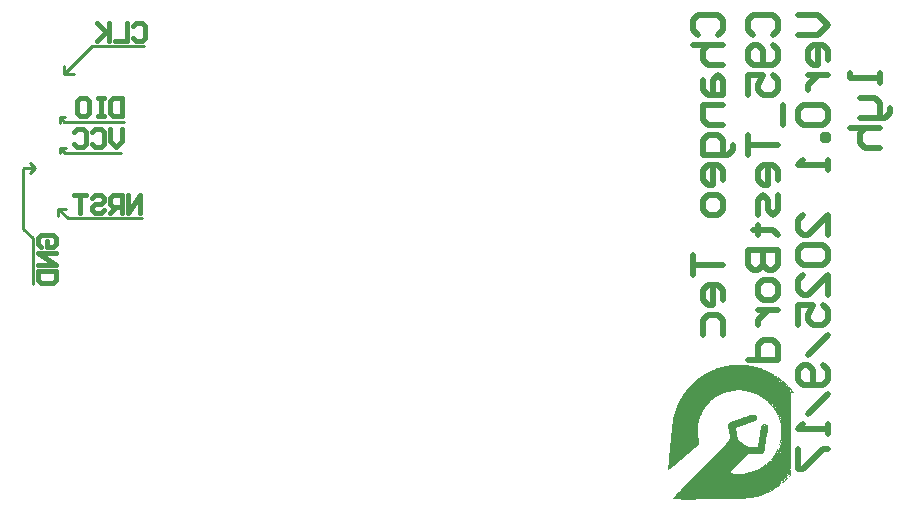
<source format=gbo>
G04*
G04 #@! TF.GenerationSoftware,Altium Limited,Altium Designer,24.0.1 (36)*
G04*
G04 Layer_Color=32896*
%FSLAX44Y44*%
%MOMM*%
G71*
G04*
G04 #@! TF.SameCoordinates,3FE1674D-11C2-4531-B8C6-FC8791136C40*
G04*
G04*
G04 #@! TF.FilePolarity,Positive*
G04*
G01*
G75*
%ADD10C,0.2540*%
%ADD12C,0.5080*%
%ADD18C,0.3810*%
G36*
X1018952Y386978D02*
Y390885D01*
X1019253D01*
Y394190D01*
X1019553D01*
Y397496D01*
X1019854D01*
Y400502D01*
X1020154D01*
Y403507D01*
X1020455D01*
Y406512D01*
X1020755D01*
Y409518D01*
X1021056D01*
Y412222D01*
X1021356D01*
Y414927D01*
X1021657D01*
Y417632D01*
X1021957D01*
Y420337D01*
X1022258D01*
Y422741D01*
X1022559D01*
Y425145D01*
X1022859D01*
Y426948D01*
X1023160D01*
Y429052D01*
X1023460D01*
Y430855D01*
X1023761D01*
Y432358D01*
X1024061D01*
Y433560D01*
X1024362D01*
Y434762D01*
X1024662D01*
Y435664D01*
X1024963D01*
Y436565D01*
X1025263D01*
Y437467D01*
X1025564D01*
Y438068D01*
X1025864D01*
Y438969D01*
X1026165D01*
Y439871D01*
X1026465D01*
Y440472D01*
X1026766D01*
Y441374D01*
X1027066D01*
Y441975D01*
X1027367D01*
Y442576D01*
X1027668D01*
Y443177D01*
X1027968D01*
Y443778D01*
X1028269D01*
Y444379D01*
X1028569D01*
Y444980D01*
X1028870D01*
Y445581D01*
X1029170D01*
Y446182D01*
X1029471D01*
Y446783D01*
X1029771D01*
Y447084D01*
X1030072D01*
Y447685D01*
X1030372D01*
Y447985D01*
X1030673D01*
Y448587D01*
X1030973D01*
Y449188D01*
X1031274D01*
Y449488D01*
X1031574D01*
Y450089D01*
X1031875D01*
Y450390D01*
X1032176D01*
Y450991D01*
X1032476D01*
Y451291D01*
X1032777D01*
Y451892D01*
X1033077D01*
Y452193D01*
X1033378D01*
Y452493D01*
X1033678D01*
Y453094D01*
X1033979D01*
Y453395D01*
X1034279D01*
Y453695D01*
X1034580D01*
Y453996D01*
X1034880D01*
Y454597D01*
X1035181D01*
Y454898D01*
X1035481D01*
Y455198D01*
X1035782D01*
Y455499D01*
X1036082D01*
Y455799D01*
X1036383D01*
Y456400D01*
X1036684D01*
Y456701D01*
X1036984D01*
Y457001D01*
X1037284D01*
Y457302D01*
X1037585D01*
Y457602D01*
X1037886D01*
Y457903D01*
X1038186D01*
Y458203D01*
X1038487D01*
Y458504D01*
X1038787D01*
Y458805D01*
X1039088D01*
Y459105D01*
X1039388D01*
Y459406D01*
X1039689D01*
Y459706D01*
X1039989D01*
Y460007D01*
X1040290D01*
Y460307D01*
X1040590D01*
Y460608D01*
X1040891D01*
Y460908D01*
X1041191D01*
Y461209D01*
X1041492D01*
Y461509D01*
X1041793D01*
Y461810D01*
X1042093D01*
X1042393D01*
Y462110D01*
X1042694D01*
Y462411D01*
X1042995D01*
Y462711D01*
X1043295D01*
Y463012D01*
X1043596D01*
Y463312D01*
X1043896D01*
X1044197D01*
Y463613D01*
X1044497D01*
Y463913D01*
X1044798D01*
Y464214D01*
X1045098D01*
X1045399D01*
Y464515D01*
X1045699D01*
Y464815D01*
X1046000D01*
Y465116D01*
X1046300D01*
X1046601D01*
Y465416D01*
X1046901D01*
Y465717D01*
X1047202D01*
X1047503D01*
Y466017D01*
X1047803D01*
X1048104D01*
Y466318D01*
X1048404D01*
Y466618D01*
X1048705D01*
X1049005D01*
Y466919D01*
X1049306D01*
Y467219D01*
X1049606D01*
X1049907D01*
Y467520D01*
X1050207D01*
Y467820D01*
X1050508D01*
X1050808D01*
Y468121D01*
X1051109D01*
X1051410D01*
Y468421D01*
X1051710D01*
X1052010D01*
Y468722D01*
X1052311D01*
Y469022D01*
X1052612D01*
X1052912D01*
Y469323D01*
X1053213D01*
X1053513D01*
Y469624D01*
X1053814D01*
X1054114D01*
Y469924D01*
X1054415D01*
X1054715D01*
Y470225D01*
X1055016D01*
X1055316D01*
Y470525D01*
X1055617D01*
X1055917D01*
X1056218D01*
Y470826D01*
X1056518D01*
X1056819D01*
Y471126D01*
X1057120D01*
X1057420D01*
X1057721D01*
Y471427D01*
X1058021D01*
X1058322D01*
Y471727D01*
X1058622D01*
X1058923D01*
X1059223D01*
Y472028D01*
X1059524D01*
X1059824D01*
Y472328D01*
X1060125D01*
X1060425D01*
X1060726D01*
Y472629D01*
X1061026D01*
X1061327D01*
X1061628D01*
Y472929D01*
X1061928D01*
X1062228D01*
X1062529D01*
Y473230D01*
X1062830D01*
X1063130D01*
X1063431D01*
Y473531D01*
X1063731D01*
X1064032D01*
X1064332D01*
X1064633D01*
Y473831D01*
X1064933D01*
X1065234D01*
X1065534D01*
X1065835D01*
Y474132D01*
X1066135D01*
X1066436D01*
X1066737D01*
X1067037D01*
X1067338D01*
Y474432D01*
X1067638D01*
X1067939D01*
X1068239D01*
X1068540D01*
Y474733D01*
X1068840D01*
X1069141D01*
X1069441D01*
X1069742D01*
X1070042D01*
X1070343D01*
Y475033D01*
X1070643D01*
X1070944D01*
X1071245D01*
X1071545D01*
X1071845D01*
X1072146D01*
X1072447D01*
X1072747D01*
Y475334D01*
X1073048D01*
X1073348D01*
X1073649D01*
X1073949D01*
X1074250D01*
X1074550D01*
X1074851D01*
X1075151D01*
X1075452D01*
X1075752D01*
X1076053D01*
X1076354D01*
X1076654D01*
X1076954D01*
X1077255D01*
Y475634D01*
X1077556D01*
X1077856D01*
X1078157D01*
X1078457D01*
X1078758D01*
X1079058D01*
X1079359D01*
X1079659D01*
X1079960D01*
X1080260D01*
X1080561D01*
Y475334D01*
X1080861D01*
X1081162D01*
X1081462D01*
X1081763D01*
X1082064D01*
X1082364D01*
X1082665D01*
X1082965D01*
X1083266D01*
X1083566D01*
X1083867D01*
X1084167D01*
X1084468D01*
X1084768D01*
X1085069D01*
Y475033D01*
X1085369D01*
X1085670D01*
X1085970D01*
X1086271D01*
X1086572D01*
X1086872D01*
X1087173D01*
Y474733D01*
X1087473D01*
X1087774D01*
X1088074D01*
X1088375D01*
X1088675D01*
X1088976D01*
Y474432D01*
X1089276D01*
X1089577D01*
X1089877D01*
X1090178D01*
X1090478D01*
X1090779D01*
Y474132D01*
X1091079D01*
X1091380D01*
X1091681D01*
X1091981D01*
Y473831D01*
X1092282D01*
X1092582D01*
X1092883D01*
X1093183D01*
Y473531D01*
X1093484D01*
X1093784D01*
X1094085D01*
Y473230D01*
X1094385D01*
X1094686D01*
X1094986D01*
X1095287D01*
Y472929D01*
X1095587D01*
X1095888D01*
X1096189D01*
Y472629D01*
X1096489D01*
X1096789D01*
X1097090D01*
Y472328D01*
X1097391D01*
X1097691D01*
X1097992D01*
Y472028D01*
X1098292D01*
X1098593D01*
X1098893D01*
Y471727D01*
X1099194D01*
X1099494D01*
Y471427D01*
X1099795D01*
X1100095D01*
X1100396D01*
Y471126D01*
X1100696D01*
X1100997D01*
Y470826D01*
X1101298D01*
X1101598D01*
X1101898D01*
Y470525D01*
X1102199D01*
Y470225D01*
X1102500D01*
X1102800D01*
X1103101D01*
Y469924D01*
X1103401D01*
X1103702D01*
Y469624D01*
X1104002D01*
X1104303D01*
Y469323D01*
X1104603D01*
X1104904D01*
X1105204D01*
Y469022D01*
X1104904D01*
Y468722D01*
X1105204D01*
Y469022D01*
X1105505D01*
Y468722D01*
X1105805D01*
Y468421D01*
X1106106D01*
X1106406D01*
X1106707D01*
Y468121D01*
X1107008D01*
Y467820D01*
X1107308D01*
X1107609D01*
X1107909D01*
Y467520D01*
X1108210D01*
Y467219D01*
X1108510D01*
X1108811D01*
Y466919D01*
X1109111D01*
Y466618D01*
X1108811D01*
Y466318D01*
X1109111D01*
Y466618D01*
X1109412D01*
X1109712D01*
Y466318D01*
X1110013D01*
Y466017D01*
X1110313D01*
X1110614D01*
Y465717D01*
X1110914D01*
Y465416D01*
X1111215D01*
X1111516D01*
Y465116D01*
X1111816D01*
Y464815D01*
X1111516D01*
Y464515D01*
X1111816D01*
Y464815D01*
X1112117D01*
X1112417D01*
Y464515D01*
X1112718D01*
Y464214D01*
X1113018D01*
X1113319D01*
Y463913D01*
X1113619D01*
Y463613D01*
X1113920D01*
Y463312D01*
X1114220D01*
Y463012D01*
X1114521D01*
X1114821D01*
Y462711D01*
X1115122D01*
Y462411D01*
X1115422D01*
X1115723D01*
Y462110D01*
X1116023D01*
Y461810D01*
X1116324D01*
Y461509D01*
X1116023D01*
Y461209D01*
X1115723D01*
X1115422D01*
Y461509D01*
X1115723D01*
Y461810D01*
X1115422D01*
Y461509D01*
X1115122D01*
X1114821D01*
Y460908D01*
X1115122D01*
X1115422D01*
X1115723D01*
X1116023D01*
Y461209D01*
X1116324D01*
Y461509D01*
X1116625D01*
Y461209D01*
X1116925D01*
Y460608D01*
X1117226D01*
X1117526D01*
X1117827D01*
Y460307D01*
X1117526D01*
Y460007D01*
X1117827D01*
Y460307D01*
X1118127D01*
Y460007D01*
X1118428D01*
Y459706D01*
X1118728D01*
Y459105D01*
X1119029D01*
Y458805D01*
X1119329D01*
X1119630D01*
Y458203D01*
X1119930D01*
X1120231D01*
Y457903D01*
X1120531D01*
Y457602D01*
X1120231D01*
Y457001D01*
X1119930D01*
X1119630D01*
Y456701D01*
X1119930D01*
X1120231D01*
Y457001D01*
X1120531D01*
Y457602D01*
X1120832D01*
Y457001D01*
X1120531D01*
Y456701D01*
X1120231D01*
Y456400D01*
X1120531D01*
Y456701D01*
X1120832D01*
Y457001D01*
X1121133D01*
X1121433D01*
Y456400D01*
X1121733D01*
X1122034D01*
Y455799D01*
X1122335D01*
Y455499D01*
X1122635D01*
Y455198D01*
X1122936D01*
Y454898D01*
X1123236D01*
Y454597D01*
X1123537D01*
Y453996D01*
X1123837D01*
Y453395D01*
X1124138D01*
Y453094D01*
X1124438D01*
Y452794D01*
X1124138D01*
X1123837D01*
Y453094D01*
X1123537D01*
Y452794D01*
X1123236D01*
Y452493D01*
X1122936D01*
Y451892D01*
X1122635D01*
Y451592D01*
X1122936D01*
Y451892D01*
X1123236D01*
Y452193D01*
X1123537D01*
Y452493D01*
X1123837D01*
X1124138D01*
Y452193D01*
X1124438D01*
Y452794D01*
X1124739D01*
Y452493D01*
X1125039D01*
Y452193D01*
X1125340D01*
Y451892D01*
X1125039D01*
X1124739D01*
Y452193D01*
X1124438D01*
Y451592D01*
X1124138D01*
Y451892D01*
X1123837D01*
Y451592D01*
X1123537D01*
X1123236D01*
X1122936D01*
Y446783D01*
X1122635D01*
Y391486D01*
X1122936D01*
Y389081D01*
X1122635D01*
X1122335D01*
X1122034D01*
Y388480D01*
X1122335D01*
X1122635D01*
Y388180D01*
X1122936D01*
Y387579D01*
X1122635D01*
Y387278D01*
X1122335D01*
X1122034D01*
Y386677D01*
X1122335D01*
X1122635D01*
Y383973D01*
X1122335D01*
Y383672D01*
X1122034D01*
Y383071D01*
X1122335D01*
Y383672D01*
X1122635D01*
Y383973D01*
X1122936D01*
Y384273D01*
X1123236D01*
Y383973D01*
X1122936D01*
Y383672D01*
X1122635D01*
Y383071D01*
X1122335D01*
Y382770D01*
X1122034D01*
Y382169D01*
X1122335D01*
Y382770D01*
X1122635D01*
Y383071D01*
X1122936D01*
Y382770D01*
X1122635D01*
Y382169D01*
X1122335D01*
Y381869D01*
X1122034D01*
X1121733D01*
X1121433D01*
Y381568D01*
X1121133D01*
Y380967D01*
X1120832D01*
Y380667D01*
X1120531D01*
Y380366D01*
X1120832D01*
Y380667D01*
X1121133D01*
Y380967D01*
X1121433D01*
X1121733D01*
Y381268D01*
X1122034D01*
Y381568D01*
X1122335D01*
Y381869D01*
X1122635D01*
Y382169D01*
X1122936D01*
Y381869D01*
X1122635D01*
Y381568D01*
X1122335D01*
Y381268D01*
X1122034D01*
Y380667D01*
X1121733D01*
X1121433D01*
Y380066D01*
X1121133D01*
X1120832D01*
Y379464D01*
X1120531D01*
Y379164D01*
X1120231D01*
Y378863D01*
X1119930D01*
Y378563D01*
X1119630D01*
Y378262D01*
X1119329D01*
X1119029D01*
Y377661D01*
X1118728D01*
Y377361D01*
X1118428D01*
Y377060D01*
X1118127D01*
Y376760D01*
X1117827D01*
Y376459D01*
X1117526D01*
Y376159D01*
X1117226D01*
X1116925D01*
Y375858D01*
X1116625D01*
Y375558D01*
X1116324D01*
Y375257D01*
X1116023D01*
Y374957D01*
X1115723D01*
Y374656D01*
X1115422D01*
X1115122D01*
Y374356D01*
X1114821D01*
Y374055D01*
X1114521D01*
Y373754D01*
X1114220D01*
Y373454D01*
X1113920D01*
X1113619D01*
Y373153D01*
X1113319D01*
Y372853D01*
X1113018D01*
Y372552D01*
X1112718D01*
X1112417D01*
Y372252D01*
X1112117D01*
Y371951D01*
X1111816D01*
X1111516D01*
Y371651D01*
X1111215D01*
Y371350D01*
X1110914D01*
X1110614D01*
Y371050D01*
X1110313D01*
X1110013D01*
Y370749D01*
X1109712D01*
Y370449D01*
X1109412D01*
Y370148D01*
X1109111D01*
X1108811D01*
Y369847D01*
X1108510D01*
X1108210D01*
Y369547D01*
X1107909D01*
Y369246D01*
X1107609D01*
X1107308D01*
Y368946D01*
X1107008D01*
X1106707D01*
Y368645D01*
X1106406D01*
Y368345D01*
X1106106D01*
X1105805D01*
Y368044D01*
X1105505D01*
X1105204D01*
Y367744D01*
X1104904D01*
X1104603D01*
Y367443D01*
X1104303D01*
X1104002D01*
Y367143D01*
X1103702D01*
X1103401D01*
Y366842D01*
X1103101D01*
X1102800D01*
Y366542D01*
X1102500D01*
X1102199D01*
Y366241D01*
X1101898D01*
X1101598D01*
Y365941D01*
X1101298D01*
X1100997D01*
X1100696D01*
Y365640D01*
X1100396D01*
X1100095D01*
X1099795D01*
Y365340D01*
X1099494D01*
X1099194D01*
Y365039D01*
X1098893D01*
X1098593D01*
X1098292D01*
Y364739D01*
X1097992D01*
X1097691D01*
X1097391D01*
Y364438D01*
X1097090D01*
X1096789D01*
Y364137D01*
X1096489D01*
X1096189D01*
X1095888D01*
X1095587D01*
Y363837D01*
X1095287D01*
X1094986D01*
X1094686D01*
X1094385D01*
Y363536D01*
X1094085D01*
X1093784D01*
X1093484D01*
X1093183D01*
Y363236D01*
X1092883D01*
X1092582D01*
X1092282D01*
X1091981D01*
X1091681D01*
Y362935D01*
X1091380D01*
X1091079D01*
X1090779D01*
X1090478D01*
X1090178D01*
X1089877D01*
Y362635D01*
X1089577D01*
X1089276D01*
X1088976D01*
X1088675D01*
X1088375D01*
X1088074D01*
X1087774D01*
Y362334D01*
X1087473D01*
X1087173D01*
X1086872D01*
X1086572D01*
X1086271D01*
X1085970D01*
X1085670D01*
X1085369D01*
X1085069D01*
X1084768D01*
Y362034D01*
X1084468D01*
X1084167D01*
X1083867D01*
X1083566D01*
X1083266D01*
X1082965D01*
X1082665D01*
X1082364D01*
X1082064D01*
X1081763D01*
X1081462D01*
X1081162D01*
X1080861D01*
X1080561D01*
X1080260D01*
X1079960D01*
X1079659D01*
Y361733D01*
X1079359D01*
X1079058D01*
X1078758D01*
X1078457D01*
X1078157D01*
X1077856D01*
X1077556D01*
X1077255D01*
X1076954D01*
X1076654D01*
X1076354D01*
X1076053D01*
X1075752D01*
X1075452D01*
X1075151D01*
X1074851D01*
X1074550D01*
X1074250D01*
X1073949D01*
X1073649D01*
X1073348D01*
X1073048D01*
X1072747D01*
X1072447D01*
X1072146D01*
X1071845D01*
X1071545D01*
X1071245D01*
X1070944D01*
X1070643D01*
X1070343D01*
X1070042D01*
X1069742D01*
X1069441D01*
X1069141D01*
X1068840D01*
X1068540D01*
X1068239D01*
X1067939D01*
X1067638D01*
X1067338D01*
X1067037D01*
X1066737D01*
X1066436D01*
X1066135D01*
X1065835D01*
X1065534D01*
X1065234D01*
X1064933D01*
X1064633D01*
X1064332D01*
X1064032D01*
X1063731D01*
X1063431D01*
X1063130D01*
X1062830D01*
X1062529D01*
X1062228D01*
X1061928D01*
X1061628D01*
X1061327D01*
X1061026D01*
X1060726D01*
X1060425D01*
X1060125D01*
X1059824D01*
X1059524D01*
X1059223D01*
X1058923D01*
X1058622D01*
X1058322D01*
Y361433D01*
X1058021D01*
X1057721D01*
X1057420D01*
X1057120D01*
X1056819D01*
X1056518D01*
X1056218D01*
X1055917D01*
X1055617D01*
X1055316D01*
X1055016D01*
X1054715D01*
X1054415D01*
X1054114D01*
X1053814D01*
X1053513D01*
X1053213D01*
X1052912D01*
X1052612D01*
X1052311D01*
X1052010D01*
X1051710D01*
X1051410D01*
X1051109D01*
X1050808D01*
X1050508D01*
X1050207D01*
X1049907D01*
X1049606D01*
X1049306D01*
X1049005D01*
X1048705D01*
X1048404D01*
X1048104D01*
X1047803D01*
X1047503D01*
X1047202D01*
X1046901D01*
X1046601D01*
X1046300D01*
X1046000D01*
X1045699D01*
X1045399D01*
X1045098D01*
X1044798D01*
X1044497D01*
X1044197D01*
X1043896D01*
X1043596D01*
X1043295D01*
X1042995D01*
X1042694D01*
X1042393D01*
Y361132D01*
X1042093D01*
X1041793D01*
X1041492D01*
X1041191D01*
X1040891D01*
X1040590D01*
X1040290D01*
X1039989D01*
X1039689D01*
X1039388D01*
X1039088D01*
X1038787D01*
X1038487D01*
X1038186D01*
X1037886D01*
X1037585D01*
X1037284D01*
X1036984D01*
X1036684D01*
X1036383D01*
X1036082D01*
X1035782D01*
X1035481D01*
X1035181D01*
X1034880D01*
X1034580D01*
X1034279D01*
X1033979D01*
X1033678D01*
X1033378D01*
X1033077D01*
X1032777D01*
X1032476D01*
X1032176D01*
X1031875D01*
X1031574D01*
X1031274D01*
X1030973D01*
X1030673D01*
X1030372D01*
X1030072D01*
Y361433D01*
X1029771D01*
X1029471D01*
X1029170D01*
X1028870D01*
X1028569D01*
X1028269D01*
X1027968D01*
X1027668D01*
X1027367D01*
X1027066D01*
X1026766D01*
X1026465D01*
X1026165D01*
X1025864D01*
X1025564D01*
X1025263D01*
X1024963D01*
X1024662D01*
X1024362D01*
X1024061D01*
X1023761D01*
X1023460D01*
X1023160D01*
X1022859D01*
X1022559D01*
Y361733D01*
X1022859D01*
Y362334D01*
X1023160D01*
Y362635D01*
X1023460D01*
Y362935D01*
X1023761D01*
Y363236D01*
X1024061D01*
Y363536D01*
X1024362D01*
Y363837D01*
X1024662D01*
Y364137D01*
X1024963D01*
Y364438D01*
X1025263D01*
Y364739D01*
X1025564D01*
Y365039D01*
X1025864D01*
Y365640D01*
X1026165D01*
Y365941D01*
X1026465D01*
Y366241D01*
X1026766D01*
Y366542D01*
X1027066D01*
Y366842D01*
X1027367D01*
Y367143D01*
X1027668D01*
Y367443D01*
X1027968D01*
Y367744D01*
X1028269D01*
Y368044D01*
X1028569D01*
Y368345D01*
X1028870D01*
Y368645D01*
X1029170D01*
Y368946D01*
X1029471D01*
Y369246D01*
X1029771D01*
Y369547D01*
X1030072D01*
Y369847D01*
X1030372D01*
Y370148D01*
X1030673D01*
Y370449D01*
X1030973D01*
Y370749D01*
X1031274D01*
Y371050D01*
X1031574D01*
Y371350D01*
X1031875D01*
Y371651D01*
X1032176D01*
Y371951D01*
X1032476D01*
Y372252D01*
X1032777D01*
Y372552D01*
X1033077D01*
Y372853D01*
X1033378D01*
Y373454D01*
X1033678D01*
Y373754D01*
X1033979D01*
Y374055D01*
X1034279D01*
Y374356D01*
X1034580D01*
Y374656D01*
X1034880D01*
X1035181D01*
Y374957D01*
X1035481D01*
Y375257D01*
X1035782D01*
Y375858D01*
X1036082D01*
Y376159D01*
X1036383D01*
Y376459D01*
X1036684D01*
Y376760D01*
X1036984D01*
Y377060D01*
X1037284D01*
Y377361D01*
X1037585D01*
Y377661D01*
X1037886D01*
Y377962D01*
X1038186D01*
Y378262D01*
X1038487D01*
Y378563D01*
X1038787D01*
Y378863D01*
X1039088D01*
Y379164D01*
X1039388D01*
Y379464D01*
X1039689D01*
Y379765D01*
X1039989D01*
Y380066D01*
X1040290D01*
Y380366D01*
X1040590D01*
Y380667D01*
X1040891D01*
Y380967D01*
X1041191D01*
Y381268D01*
X1041492D01*
Y381568D01*
X1041793D01*
Y381869D01*
X1042093D01*
Y382169D01*
X1042393D01*
Y382470D01*
X1042694D01*
Y382770D01*
X1042995D01*
Y383071D01*
X1043295D01*
Y383371D01*
X1043596D01*
Y383672D01*
X1043896D01*
Y383973D01*
X1044197D01*
Y384273D01*
X1044497D01*
Y384574D01*
X1044798D01*
Y384874D01*
X1045098D01*
Y385175D01*
X1045399D01*
Y385475D01*
X1045699D01*
Y385776D01*
X1046000D01*
Y386076D01*
X1046300D01*
Y386377D01*
X1046601D01*
Y386677D01*
X1046901D01*
Y386978D01*
X1047202D01*
Y387278D01*
X1047503D01*
Y387579D01*
X1047803D01*
Y387879D01*
X1048104D01*
Y388180D01*
X1048404D01*
Y388480D01*
X1048705D01*
Y388781D01*
X1049005D01*
Y389081D01*
X1049306D01*
Y389382D01*
X1049606D01*
Y389683D01*
X1049907D01*
Y389983D01*
X1050207D01*
Y390284D01*
X1050508D01*
Y390584D01*
X1050808D01*
Y390885D01*
X1051109D01*
Y391185D01*
X1051410D01*
Y391486D01*
X1051710D01*
Y391786D01*
X1052010D01*
Y392087D01*
X1052311D01*
Y392387D01*
X1052612D01*
Y392688D01*
X1052912D01*
Y392988D01*
X1053213D01*
Y393289D01*
X1053513D01*
Y393589D01*
X1053814D01*
Y393890D01*
X1054114D01*
Y394190D01*
X1054415D01*
Y394491D01*
X1054715D01*
Y394791D01*
X1055016D01*
Y395092D01*
X1055316D01*
Y395393D01*
X1055617D01*
Y395693D01*
X1055917D01*
Y395994D01*
X1056218D01*
Y396294D01*
X1056518D01*
Y396595D01*
X1056819D01*
Y396895D01*
X1057120D01*
Y397196D01*
X1057420D01*
Y397496D01*
X1057721D01*
Y397797D01*
X1058021D01*
Y398097D01*
X1058322D01*
Y398398D01*
X1058622D01*
Y398698D01*
X1058923D01*
Y398999D01*
X1059223D01*
Y399300D01*
X1059524D01*
Y399600D01*
X1059824D01*
Y399901D01*
X1060125D01*
Y400201D01*
X1060425D01*
Y400502D01*
X1060726D01*
Y400802D01*
X1061026D01*
Y401103D01*
X1061327D01*
Y401403D01*
X1061628D01*
Y401704D01*
X1061928D01*
Y402004D01*
X1062228D01*
Y402305D01*
X1062529D01*
Y402605D01*
X1062830D01*
Y402906D01*
X1063130D01*
Y403206D01*
X1063431D01*
Y403507D01*
X1063731D01*
Y403807D01*
X1064032D01*
Y404108D01*
X1064332D01*
Y404408D01*
X1064633D01*
Y404709D01*
X1064933D01*
Y405010D01*
X1065234D01*
Y405310D01*
X1065534D01*
Y405611D01*
X1065835D01*
Y405911D01*
X1066135D01*
Y406212D01*
X1066436D01*
Y406512D01*
X1066737D01*
Y407113D01*
X1067037D01*
Y407414D01*
X1067338D01*
Y407714D01*
X1067638D01*
Y408315D01*
X1067939D01*
X1068239D01*
Y408917D01*
X1068540D01*
Y409518D01*
X1068840D01*
Y409818D01*
X1069141D01*
Y410119D01*
X1069441D01*
Y410419D01*
X1069742D01*
Y410720D01*
X1070042D01*
Y411321D01*
X1070343D01*
Y411621D01*
X1070643D01*
Y412222D01*
X1070944D01*
Y412523D01*
X1071245D01*
Y412823D01*
X1071545D01*
Y414326D01*
X1071245D01*
Y415528D01*
X1070944D01*
Y417031D01*
X1070643D01*
Y418233D01*
X1070343D01*
Y419435D01*
X1070042D01*
Y420938D01*
X1069742D01*
Y422440D01*
X1069441D01*
Y424244D01*
X1069742D01*
Y425145D01*
X1070042D01*
Y425746D01*
X1070343D01*
Y426047D01*
X1070643D01*
Y426347D01*
X1070944D01*
X1071245D01*
Y426648D01*
X1071545D01*
Y426948D01*
X1071845D01*
X1072146D01*
Y427249D01*
X1072447D01*
X1072747D01*
X1073048D01*
Y427549D01*
X1073348D01*
X1073649D01*
X1073949D01*
Y427850D01*
X1074250D01*
X1074550D01*
X1074851D01*
Y428150D01*
X1075151D01*
X1075452D01*
X1075752D01*
Y428451D01*
X1076053D01*
X1076354D01*
X1076654D01*
Y428751D01*
X1076954D01*
X1077255D01*
Y429052D01*
X1077556D01*
X1077856D01*
X1078157D01*
Y429352D01*
X1078457D01*
X1078758D01*
X1079058D01*
X1079359D01*
Y429653D01*
X1079659D01*
X1079960D01*
Y429954D01*
X1080260D01*
X1080561D01*
X1080861D01*
Y430254D01*
X1081162D01*
X1081462D01*
X1081763D01*
Y430555D01*
X1082064D01*
X1082364D01*
X1082665D01*
Y430855D01*
X1082965D01*
X1083266D01*
X1083566D01*
Y431156D01*
X1083867D01*
X1084167D01*
X1084468D01*
Y431456D01*
X1084768D01*
X1085069D01*
X1085369D01*
Y431757D01*
X1085670D01*
X1085970D01*
Y432057D01*
X1086271D01*
X1086572D01*
X1086872D01*
X1087173D01*
Y432358D01*
X1087473D01*
X1087774D01*
Y432658D01*
X1088074D01*
X1088375D01*
X1088675D01*
X1088976D01*
Y432959D01*
X1089276D01*
X1089577D01*
Y433259D01*
X1089877D01*
X1090178D01*
X1090478D01*
X1090779D01*
X1091079D01*
X1091380D01*
Y433560D01*
X1091681D01*
Y433259D01*
X1091981D01*
X1092282D01*
X1092582D01*
Y432959D01*
X1092883D01*
X1093183D01*
Y432658D01*
X1093484D01*
Y432358D01*
X1093784D01*
Y431757D01*
X1094085D01*
Y430855D01*
X1094385D01*
Y429954D01*
X1094085D01*
Y429052D01*
X1093784D01*
Y428451D01*
X1093484D01*
Y428150D01*
X1093183D01*
Y427850D01*
X1092883D01*
X1092582D01*
Y427549D01*
X1092282D01*
X1091981D01*
Y427249D01*
X1091681D01*
X1091380D01*
X1091079D01*
Y426948D01*
X1090779D01*
X1090478D01*
X1090178D01*
Y426648D01*
X1089877D01*
X1089577D01*
X1089276D01*
Y426347D01*
X1088976D01*
X1088675D01*
X1088375D01*
Y426047D01*
X1088074D01*
X1087774D01*
X1087473D01*
Y425746D01*
X1087173D01*
X1086872D01*
X1086572D01*
Y425446D01*
X1086271D01*
X1085970D01*
Y425145D01*
X1085670D01*
X1085369D01*
X1085069D01*
X1084768D01*
Y424845D01*
X1084468D01*
X1084167D01*
X1083867D01*
Y424544D01*
X1083566D01*
X1083266D01*
X1082965D01*
Y424244D01*
X1082665D01*
X1082364D01*
X1082064D01*
Y423943D01*
X1081763D01*
X1081462D01*
X1081162D01*
Y423642D01*
X1080861D01*
X1080561D01*
X1080260D01*
Y423342D01*
X1079960D01*
X1079659D01*
X1079359D01*
Y423041D01*
X1079058D01*
X1078758D01*
Y422741D01*
X1078457D01*
X1078157D01*
X1077856D01*
X1077556D01*
Y422440D01*
X1077255D01*
X1076954D01*
Y422140D01*
X1076654D01*
X1076354D01*
Y420637D01*
X1076654D01*
Y419134D01*
X1076954D01*
Y417632D01*
X1077255D01*
Y415829D01*
X1077556D01*
Y414326D01*
X1077856D01*
Y412823D01*
X1078157D01*
Y411922D01*
X1078457D01*
Y411621D01*
X1078758D01*
Y411321D01*
X1079058D01*
Y411020D01*
X1079359D01*
Y410720D01*
X1079659D01*
X1079960D01*
Y410419D01*
X1080260D01*
Y410119D01*
X1080561D01*
Y409818D01*
X1080861D01*
X1081162D01*
Y409518D01*
X1081462D01*
Y409217D01*
X1081763D01*
Y408917D01*
X1082064D01*
X1082364D01*
Y408616D01*
X1082665D01*
Y408315D01*
X1082965D01*
Y408015D01*
X1083266D01*
Y407714D01*
X1083566D01*
X1083867D01*
Y407414D01*
X1084167D01*
Y407113D01*
X1084468D01*
Y406813D01*
X1084768D01*
X1085069D01*
Y406512D01*
X1085369D01*
X1085670D01*
X1085970D01*
X1086271D01*
X1086572D01*
Y406212D01*
X1086872D01*
X1087173D01*
X1087473D01*
X1087774D01*
X1088074D01*
X1088375D01*
X1088675D01*
X1088976D01*
X1089276D01*
X1089577D01*
X1089877D01*
X1090178D01*
X1090478D01*
X1090779D01*
X1091079D01*
X1091380D01*
X1091681D01*
X1091981D01*
X1092282D01*
X1092582D01*
X1092883D01*
X1093183D01*
X1093484D01*
X1093784D01*
X1094085D01*
X1094385D01*
X1094686D01*
X1094986D01*
Y407113D01*
X1095287D01*
Y408917D01*
X1095587D01*
Y410720D01*
X1095888D01*
Y412523D01*
X1096189D01*
Y414627D01*
X1096489D01*
Y416730D01*
X1096789D01*
Y418233D01*
X1097090D01*
Y420337D01*
X1097391D01*
Y421839D01*
X1097691D01*
Y423342D01*
X1097992D01*
Y424244D01*
X1098292D01*
Y424544D01*
X1098593D01*
X1098893D01*
Y425145D01*
X1099194D01*
X1099494D01*
Y425446D01*
X1099795D01*
X1100095D01*
X1100396D01*
X1100696D01*
X1100997D01*
X1101298D01*
X1101598D01*
Y425145D01*
X1101898D01*
X1102199D01*
Y424845D01*
X1102500D01*
Y424544D01*
X1102800D01*
X1103101D01*
Y423943D01*
X1103401D01*
Y423342D01*
X1103101D01*
Y423041D01*
X1103401D01*
Y423342D01*
X1103702D01*
Y420938D01*
X1103401D01*
Y419134D01*
X1103101D01*
Y417632D01*
X1102800D01*
Y416129D01*
X1102500D01*
Y414025D01*
X1102199D01*
Y411922D01*
X1101898D01*
Y410119D01*
X1101598D01*
Y408315D01*
X1101298D01*
Y406212D01*
X1100997D01*
X1100696D01*
Y405911D01*
X1100997D01*
Y404408D01*
X1100696D01*
Y402605D01*
X1100396D01*
Y401704D01*
X1100095D01*
Y401103D01*
X1099795D01*
Y400802D01*
X1099494D01*
Y400502D01*
X1099194D01*
X1098893D01*
Y400201D01*
X1098593D01*
X1098292D01*
Y399901D01*
X1097992D01*
X1097691D01*
X1097391D01*
X1097090D01*
X1096789D01*
X1096489D01*
X1096189D01*
X1095888D01*
X1095587D01*
X1095287D01*
X1094986D01*
X1094686D01*
X1094385D01*
X1094085D01*
X1093784D01*
X1093484D01*
X1093183D01*
X1092883D01*
X1092582D01*
X1092282D01*
X1091981D01*
X1091681D01*
X1091380D01*
X1091079D01*
X1090779D01*
X1090478D01*
X1090178D01*
X1089877D01*
X1089577D01*
X1089276D01*
Y400201D01*
X1088976D01*
X1088675D01*
X1088375D01*
X1088074D01*
X1087774D01*
X1087473D01*
Y399901D01*
X1087173D01*
Y399600D01*
X1086872D01*
Y399300D01*
X1086572D01*
X1086271D01*
Y398999D01*
X1085970D01*
Y398698D01*
X1085670D01*
Y398398D01*
X1085369D01*
Y398097D01*
X1085069D01*
Y397797D01*
X1084768D01*
Y397496D01*
X1084468D01*
X1084167D01*
Y396895D01*
X1083867D01*
Y396595D01*
X1083566D01*
Y396294D01*
X1083266D01*
X1082965D01*
Y395693D01*
X1082665D01*
Y395393D01*
X1082364D01*
Y395092D01*
X1082064D01*
Y394791D01*
X1081763D01*
Y394491D01*
X1081462D01*
Y394190D01*
X1081162D01*
Y393890D01*
X1080861D01*
Y393589D01*
X1080561D01*
Y393289D01*
X1080260D01*
Y392988D01*
X1079960D01*
Y392688D01*
X1079659D01*
Y392387D01*
X1079359D01*
Y392087D01*
X1079058D01*
Y391786D01*
X1078758D01*
Y391486D01*
X1078457D01*
Y391185D01*
X1078157D01*
Y390885D01*
X1077856D01*
Y390584D01*
X1077556D01*
Y390284D01*
X1077255D01*
Y389983D01*
X1076954D01*
Y389683D01*
X1076654D01*
Y389382D01*
X1076354D01*
Y389081D01*
X1076053D01*
Y388781D01*
X1075752D01*
Y388480D01*
X1075452D01*
Y388180D01*
X1075151D01*
Y387879D01*
X1074851D01*
Y387579D01*
X1074550D01*
Y387278D01*
X1074250D01*
Y386978D01*
X1073949D01*
Y386677D01*
X1073649D01*
Y386377D01*
X1073348D01*
Y386076D01*
X1073048D01*
Y385776D01*
X1072747D01*
Y385475D01*
X1072447D01*
Y385175D01*
X1072146D01*
Y384874D01*
X1071845D01*
Y384273D01*
X1072146D01*
Y383973D01*
X1072447D01*
X1072747D01*
X1073048D01*
Y383672D01*
X1073348D01*
X1073649D01*
X1073949D01*
Y383371D01*
X1074250D01*
X1074550D01*
X1074851D01*
X1075151D01*
X1075452D01*
X1075752D01*
X1076053D01*
X1076354D01*
Y383071D01*
X1076654D01*
X1076954D01*
X1077255D01*
X1077556D01*
X1077856D01*
X1078157D01*
X1078457D01*
X1078758D01*
X1079058D01*
X1079359D01*
X1079659D01*
X1079960D01*
X1080260D01*
X1080561D01*
X1080861D01*
X1081162D01*
X1081462D01*
Y383371D01*
X1081763D01*
X1082064D01*
X1082364D01*
X1082665D01*
X1082965D01*
X1083266D01*
X1083566D01*
X1083867D01*
X1084167D01*
Y383672D01*
X1084468D01*
X1084768D01*
X1085069D01*
X1085369D01*
X1085670D01*
Y383973D01*
X1085970D01*
X1086271D01*
X1086572D01*
X1086872D01*
Y384273D01*
X1087173D01*
X1087473D01*
X1087774D01*
X1088074D01*
Y384574D01*
X1088375D01*
X1088675D01*
X1088976D01*
X1089276D01*
Y384874D01*
X1089577D01*
X1089877D01*
X1090178D01*
Y385175D01*
X1090478D01*
X1090779D01*
X1091079D01*
Y385475D01*
X1091380D01*
X1091681D01*
X1091981D01*
Y385776D01*
X1092282D01*
X1092582D01*
Y386076D01*
X1092883D01*
X1093183D01*
Y386377D01*
X1093484D01*
X1093784D01*
X1094085D01*
Y386677D01*
X1094385D01*
X1094686D01*
Y386978D01*
X1094986D01*
X1095287D01*
Y387278D01*
X1095587D01*
X1095888D01*
Y387579D01*
X1096189D01*
X1096489D01*
Y387879D01*
X1096789D01*
X1097090D01*
Y388180D01*
X1097391D01*
Y387879D01*
X1097691D01*
Y388480D01*
X1097992D01*
X1098292D01*
Y388781D01*
X1098593D01*
Y389081D01*
X1098893D01*
Y389382D01*
X1099194D01*
X1099494D01*
Y389683D01*
X1099795D01*
Y389983D01*
X1100095D01*
X1100396D01*
Y390284D01*
X1100696D01*
Y390584D01*
X1100997D01*
Y390885D01*
X1101298D01*
Y391185D01*
X1101598D01*
X1101898D01*
Y391486D01*
X1102199D01*
Y391786D01*
X1102500D01*
Y392087D01*
X1102800D01*
X1103101D01*
Y392387D01*
X1103401D01*
Y392688D01*
X1103702D01*
Y392988D01*
X1104002D01*
Y393289D01*
X1104303D01*
Y393589D01*
X1104603D01*
Y393890D01*
X1104904D01*
Y394190D01*
X1105204D01*
Y394491D01*
X1105505D01*
Y395092D01*
X1105805D01*
X1106106D01*
Y395693D01*
X1106406D01*
Y395994D01*
X1106707D01*
Y396294D01*
X1107008D01*
Y396595D01*
X1107308D01*
Y397196D01*
X1107609D01*
Y397496D01*
X1107909D01*
Y397797D01*
X1108210D01*
Y398097D01*
X1108510D01*
Y398698D01*
X1108811D01*
Y399300D01*
X1109111D01*
Y399901D01*
X1109412D01*
Y400201D01*
X1109712D01*
Y400502D01*
X1110013D01*
Y401103D01*
X1110313D01*
X1110614D01*
Y401403D01*
X1110914D01*
Y401704D01*
X1110614D01*
Y401403D01*
X1110313D01*
Y401704D01*
X1110614D01*
Y402305D01*
X1110914D01*
Y402004D01*
X1111215D01*
Y401403D01*
X1110914D01*
Y401103D01*
X1111215D01*
Y401403D01*
X1111516D01*
Y402305D01*
X1111215D01*
Y402605D01*
X1110914D01*
Y402906D01*
X1111215D01*
Y403507D01*
X1111516D01*
Y404108D01*
X1111816D01*
Y404709D01*
X1112117D01*
Y405310D01*
X1112417D01*
Y406212D01*
X1112718D01*
Y407113D01*
X1113018D01*
Y408315D01*
X1113319D01*
Y407714D01*
X1113619D01*
Y408616D01*
X1113920D01*
Y407714D01*
X1113619D01*
Y406512D01*
X1113319D01*
Y407113D01*
X1113018D01*
Y406212D01*
X1113319D01*
X1113619D01*
Y405911D01*
X1113319D01*
X1113018D01*
Y405310D01*
X1113319D01*
X1113619D01*
Y405010D01*
X1113920D01*
Y405611D01*
X1114220D01*
Y405911D01*
X1114521D01*
Y407414D01*
X1114220D01*
Y405911D01*
X1113920D01*
Y407414D01*
X1114220D01*
Y408917D01*
X1114521D01*
Y409518D01*
X1114220D01*
Y408917D01*
X1113920D01*
Y409518D01*
X1113619D01*
Y410119D01*
X1113920D01*
Y411621D01*
X1114220D01*
Y413424D01*
X1114521D01*
Y416129D01*
X1114821D01*
Y421238D01*
X1114521D01*
Y423943D01*
X1114821D01*
Y424544D01*
X1114521D01*
Y423943D01*
X1114220D01*
Y425746D01*
X1113920D01*
Y426948D01*
X1113619D01*
Y427850D01*
X1113920D01*
Y428150D01*
X1113619D01*
X1113319D01*
Y428751D01*
X1113619D01*
Y429653D01*
X1113319D01*
Y429052D01*
X1113018D01*
Y429954D01*
X1112718D01*
Y430855D01*
X1112417D01*
Y431456D01*
X1112117D01*
Y432057D01*
X1111816D01*
Y432959D01*
X1111516D01*
Y433560D01*
X1111215D01*
Y433861D01*
X1110914D01*
Y434462D01*
X1111215D01*
Y434762D01*
X1111516D01*
Y435063D01*
X1111215D01*
Y434762D01*
X1110914D01*
X1110614D01*
Y435664D01*
X1110313D01*
Y435964D01*
X1110013D01*
Y436265D01*
X1109712D01*
Y436866D01*
X1110013D01*
Y436565D01*
X1110313D01*
Y437166D01*
X1110013D01*
X1109712D01*
Y436866D01*
X1109412D01*
Y437166D01*
X1109111D01*
Y437467D01*
X1109412D01*
Y437767D01*
X1109111D01*
Y437467D01*
X1108811D01*
Y438068D01*
X1108510D01*
Y438368D01*
X1108210D01*
Y438669D01*
X1107909D01*
Y439270D01*
X1107609D01*
Y439571D01*
X1107308D01*
Y439871D01*
X1107609D01*
Y440172D01*
X1107308D01*
Y439871D01*
X1107008D01*
Y440172D01*
X1106707D01*
Y440472D01*
X1106406D01*
Y441073D01*
X1106106D01*
Y441674D01*
X1106406D01*
Y441975D01*
X1106106D01*
Y441674D01*
X1105805D01*
X1105505D01*
Y441975D01*
X1105204D01*
Y442275D01*
X1104904D01*
Y442576D01*
X1104603D01*
Y442876D01*
X1104303D01*
Y443177D01*
X1104002D01*
Y443477D01*
X1103702D01*
Y443778D01*
X1103401D01*
X1103101D01*
Y444078D01*
X1103401D01*
Y444379D01*
X1103101D01*
X1102800D01*
X1102500D01*
Y444680D01*
X1102199D01*
Y444980D01*
X1101898D01*
Y445281D01*
X1101598D01*
Y445581D01*
X1101298D01*
Y445882D01*
X1100997D01*
X1100696D01*
Y446182D01*
X1100396D01*
Y446483D01*
X1100095D01*
Y446783D01*
X1099795D01*
X1099494D01*
Y447084D01*
X1099194D01*
Y447384D01*
X1099494D01*
Y447685D01*
X1099194D01*
Y447384D01*
X1098893D01*
X1098593D01*
Y447985D01*
X1098292D01*
X1097992D01*
X1097691D01*
Y448286D01*
X1097391D01*
X1097090D01*
Y448587D01*
X1096789D01*
Y448887D01*
X1096489D01*
X1096189D01*
Y449188D01*
X1095888D01*
X1095587D01*
Y449488D01*
X1095287D01*
Y449789D01*
X1094986D01*
X1094686D01*
X1094385D01*
Y450089D01*
X1094085D01*
X1093784D01*
Y450390D01*
X1093484D01*
X1093183D01*
Y450690D01*
X1092883D01*
X1092582D01*
Y450991D01*
X1092282D01*
X1091981D01*
X1091681D01*
Y451291D01*
X1091380D01*
X1091079D01*
X1090779D01*
Y451592D01*
X1090478D01*
X1090178D01*
Y451892D01*
X1089877D01*
X1089577D01*
X1089276D01*
X1088976D01*
Y452193D01*
X1088675D01*
X1088375D01*
X1088074D01*
Y452493D01*
X1087774D01*
X1087473D01*
X1087173D01*
X1086872D01*
Y452794D01*
X1086572D01*
X1086271D01*
X1085970D01*
X1085670D01*
X1085369D01*
Y453094D01*
X1085069D01*
X1084768D01*
X1084468D01*
X1084167D01*
X1083867D01*
X1083566D01*
Y453395D01*
X1083266D01*
X1082965D01*
X1082665D01*
X1082364D01*
X1082064D01*
X1081763D01*
X1081462D01*
X1081162D01*
Y453695D01*
X1080861D01*
X1080561D01*
X1080260D01*
X1079960D01*
X1079659D01*
X1079359D01*
X1079058D01*
X1078758D01*
X1078457D01*
X1078157D01*
X1077856D01*
X1077556D01*
X1077255D01*
X1076954D01*
X1076654D01*
X1076354D01*
Y453395D01*
X1076053D01*
X1075752D01*
X1075452D01*
X1075151D01*
X1074851D01*
X1074550D01*
X1074250D01*
X1073949D01*
X1073649D01*
X1073348D01*
Y453094D01*
X1073048D01*
X1072747D01*
X1072447D01*
X1072146D01*
X1071845D01*
Y452794D01*
X1071545D01*
X1071245D01*
X1070944D01*
X1070643D01*
X1070343D01*
Y452493D01*
X1070042D01*
X1069742D01*
X1069441D01*
X1069141D01*
Y452193D01*
X1068840D01*
X1068540D01*
X1068239D01*
X1067939D01*
Y451892D01*
X1067638D01*
X1067338D01*
X1067037D01*
Y451592D01*
X1066737D01*
X1066436D01*
Y451291D01*
X1066135D01*
X1065835D01*
X1065534D01*
Y450991D01*
X1065234D01*
X1064933D01*
Y450690D01*
X1064633D01*
X1064332D01*
X1064032D01*
Y450390D01*
X1063731D01*
X1063431D01*
Y450089D01*
X1063130D01*
X1062830D01*
Y449789D01*
X1062529D01*
X1062228D01*
Y449488D01*
X1061928D01*
Y449188D01*
X1061628D01*
X1061327D01*
X1061026D01*
Y448887D01*
X1060726D01*
Y448587D01*
X1060425D01*
X1060125D01*
Y448286D01*
X1059824D01*
X1059524D01*
Y447985D01*
X1059223D01*
X1058923D01*
Y447685D01*
X1058622D01*
Y447384D01*
X1058322D01*
Y447084D01*
X1058021D01*
X1057721D01*
Y446783D01*
X1057420D01*
Y446483D01*
X1057120D01*
Y446182D01*
X1056819D01*
Y445882D01*
X1056518D01*
Y445581D01*
X1056218D01*
X1055917D01*
Y445281D01*
X1055617D01*
Y444980D01*
X1055316D01*
Y444680D01*
X1055016D01*
Y444379D01*
X1054715D01*
Y444078D01*
X1054415D01*
Y443778D01*
X1054114D01*
Y443477D01*
X1053814D01*
Y443177D01*
X1053513D01*
Y442876D01*
X1053213D01*
Y442576D01*
X1052912D01*
Y442275D01*
X1052612D01*
Y441975D01*
X1052311D01*
Y441674D01*
X1052010D01*
Y441374D01*
X1051710D01*
Y440773D01*
X1051410D01*
Y440472D01*
X1051109D01*
Y440172D01*
X1050808D01*
Y439571D01*
X1050508D01*
Y439270D01*
X1050207D01*
Y438969D01*
X1049907D01*
Y438368D01*
X1049606D01*
Y437767D01*
X1049306D01*
Y437467D01*
X1049005D01*
Y436866D01*
X1048705D01*
Y436565D01*
X1048404D01*
Y435964D01*
X1048104D01*
Y435363D01*
X1047803D01*
Y434762D01*
X1047503D01*
Y434161D01*
X1047202D01*
Y433259D01*
X1046901D01*
Y432658D01*
X1046601D01*
Y432057D01*
X1046300D01*
Y431156D01*
X1046000D01*
Y430254D01*
X1045699D01*
Y429352D01*
X1045399D01*
Y428150D01*
X1045098D01*
Y426948D01*
X1044798D01*
Y425746D01*
X1044497D01*
Y423642D01*
X1044197D01*
Y420337D01*
X1043896D01*
Y417932D01*
X1044197D01*
Y414927D01*
X1044497D01*
Y413124D01*
X1044798D01*
Y411321D01*
X1045098D01*
Y408917D01*
X1045399D01*
Y407714D01*
X1045098D01*
Y407414D01*
X1044798D01*
X1044497D01*
Y407113D01*
X1044197D01*
Y406813D01*
X1043896D01*
Y406512D01*
X1043596D01*
X1043295D01*
Y406212D01*
X1042995D01*
Y405911D01*
X1042694D01*
Y405611D01*
X1042393D01*
Y405310D01*
X1042093D01*
X1041793D01*
Y405010D01*
X1041492D01*
Y404709D01*
X1041191D01*
Y404408D01*
X1040891D01*
Y404108D01*
X1040590D01*
Y403807D01*
X1040290D01*
Y403507D01*
X1039989D01*
X1039689D01*
Y403206D01*
X1039388D01*
Y402906D01*
X1039088D01*
Y402605D01*
X1038787D01*
Y402305D01*
X1038487D01*
Y402004D01*
X1038186D01*
X1037886D01*
Y401704D01*
X1037585D01*
Y401403D01*
X1037284D01*
Y401103D01*
X1036984D01*
Y400802D01*
X1036684D01*
Y400502D01*
X1036383D01*
Y400201D01*
X1036082D01*
X1035782D01*
Y399901D01*
X1035481D01*
Y399600D01*
X1035181D01*
Y399300D01*
X1034880D01*
Y398999D01*
X1034580D01*
Y398698D01*
X1034279D01*
Y398398D01*
X1033979D01*
X1033678D01*
Y398097D01*
X1033378D01*
Y397797D01*
X1033077D01*
Y397496D01*
X1032777D01*
Y397196D01*
X1032476D01*
Y396895D01*
X1032176D01*
Y396595D01*
X1031875D01*
X1031574D01*
Y396294D01*
X1031274D01*
Y395994D01*
X1030973D01*
Y395693D01*
X1030673D01*
Y395393D01*
X1030372D01*
Y395092D01*
X1030072D01*
Y394791D01*
X1029771D01*
Y394491D01*
X1029471D01*
X1029170D01*
Y394190D01*
X1028870D01*
Y393890D01*
X1028569D01*
Y393589D01*
X1028269D01*
Y393289D01*
X1027968D01*
Y392988D01*
X1027668D01*
Y392688D01*
X1027367D01*
X1027066D01*
Y392387D01*
X1026766D01*
Y392087D01*
X1026465D01*
Y391786D01*
X1026165D01*
Y391486D01*
X1025864D01*
Y391185D01*
X1025564D01*
Y390885D01*
X1025263D01*
X1024963D01*
Y390584D01*
X1024662D01*
Y390284D01*
X1024362D01*
Y389983D01*
X1024061D01*
X1023761D01*
Y389683D01*
X1023460D01*
Y389382D01*
X1023160D01*
Y389081D01*
X1022859D01*
X1022559D01*
Y388781D01*
X1022258D01*
Y388480D01*
X1021957D01*
Y388180D01*
X1021657D01*
Y387879D01*
X1021356D01*
X1021056D01*
Y387579D01*
X1020755D01*
Y387278D01*
X1020455D01*
X1020154D01*
Y386978D01*
X1019854D01*
Y386677D01*
X1019553D01*
X1019253D01*
X1018952D01*
Y386377D01*
X1018652D01*
Y386978D01*
X1018952D01*
D02*
G37*
%LPC*%
G36*
X1044497Y382470D02*
Y382169D01*
X1044798D01*
Y382470D01*
X1044497D01*
D02*
G37*
G36*
X1087173Y400802D02*
Y400502D01*
X1087473D01*
Y400802D01*
X1087173D01*
D02*
G37*
G36*
X1093183Y451291D02*
Y450991D01*
X1093484D01*
Y451291D01*
X1093183D01*
D02*
G37*
G36*
Y385175D02*
Y384874D01*
X1093484D01*
Y385175D01*
X1093183D01*
D02*
G37*
G36*
X1095888Y387278D02*
Y386978D01*
X1096189D01*
X1096489D01*
Y387278D01*
X1096189D01*
X1095888D01*
D02*
G37*
G36*
X1097992Y401103D02*
Y400802D01*
X1098292D01*
Y401103D01*
X1097992D01*
D02*
G37*
G36*
Y367143D02*
Y366842D01*
X1098292D01*
Y367143D01*
X1097992D01*
D02*
G37*
G36*
X1099494Y449188D02*
Y448887D01*
X1099795D01*
Y449188D01*
X1099494D01*
D02*
G37*
G36*
X1099795Y424544D02*
Y424244D01*
X1100095D01*
Y424544D01*
X1099795D01*
D02*
G37*
G36*
X1100095Y448887D02*
Y448587D01*
X1100396D01*
Y448887D01*
X1100095D01*
D02*
G37*
G36*
X1100396Y424244D02*
Y423943D01*
X1100696D01*
Y424244D01*
X1100396D01*
D02*
G37*
G36*
X1101298Y389683D02*
Y389382D01*
X1101598D01*
Y389683D01*
X1101298D01*
D02*
G37*
G36*
X1101598Y446483D02*
Y446182D01*
X1101898D01*
Y446483D01*
X1101598D01*
D02*
G37*
G36*
Y367143D02*
Y366842D01*
X1101898D01*
Y367143D01*
X1101598D01*
D02*
G37*
G36*
X1101898Y446182D02*
Y445882D01*
X1102199D01*
Y446182D01*
X1101898D01*
D02*
G37*
G36*
Y390284D02*
Y389983D01*
X1102199D01*
Y390284D01*
X1101898D01*
D02*
G37*
G36*
Y391185D02*
Y390885D01*
X1102199D01*
X1102500D01*
Y391185D01*
X1102199D01*
X1101898D01*
D02*
G37*
G36*
X1102500Y446483D02*
Y446182D01*
X1102800D01*
Y446483D01*
X1102500D01*
D02*
G37*
G36*
Y445581D02*
Y445281D01*
X1102800D01*
Y445581D01*
X1102500D01*
D02*
G37*
G36*
Y390885D02*
Y390584D01*
X1102800D01*
Y390885D01*
X1102500D01*
D02*
G37*
G36*
X1102800Y369547D02*
Y369246D01*
X1103101D01*
Y369547D01*
X1102800D01*
D02*
G37*
G36*
Y368044D02*
Y367744D01*
X1103101D01*
Y368044D01*
X1102800D01*
D02*
G37*
G36*
X1103702Y368946D02*
Y368645D01*
X1104002D01*
Y368946D01*
X1103702D01*
D02*
G37*
G36*
X1104904Y392387D02*
Y391786D01*
X1105204D01*
Y392387D01*
X1104904D01*
D02*
G37*
G36*
X1104603Y368645D02*
Y368345D01*
X1104904D01*
X1105204D01*
Y368645D01*
X1104904D01*
X1104603D01*
D02*
G37*
G36*
X1105204Y394190D02*
Y393890D01*
X1105505D01*
Y394190D01*
X1105805D01*
Y394491D01*
X1105505D01*
Y394190D01*
X1105204D01*
D02*
G37*
G36*
X1105505Y369246D02*
Y368946D01*
X1105805D01*
Y369246D01*
X1105505D01*
D02*
G37*
G36*
X1105805Y368946D02*
Y368645D01*
X1106106D01*
Y368946D01*
X1105805D01*
D02*
G37*
G36*
X1106106Y395092D02*
Y394791D01*
X1106406D01*
Y395092D01*
X1106106D01*
D02*
G37*
G36*
X1106406Y394491D02*
Y394190D01*
X1106707D01*
Y394491D01*
X1106406D01*
D02*
G37*
G36*
X1106707Y395994D02*
Y395693D01*
X1107008D01*
Y395994D01*
X1106707D01*
D02*
G37*
G36*
Y394190D02*
Y393890D01*
X1107008D01*
Y394190D01*
X1106707D01*
D02*
G37*
G36*
X1107008Y441975D02*
Y441674D01*
X1107308D01*
Y441975D01*
X1107008D01*
D02*
G37*
G36*
Y441073D02*
Y440773D01*
X1107308D01*
Y441073D01*
X1107008D01*
D02*
G37*
G36*
X1107308Y396595D02*
Y396294D01*
X1107609D01*
Y396595D01*
X1107308D01*
D02*
G37*
G36*
X1107609Y466618D02*
Y466318D01*
X1107909D01*
Y466618D01*
X1107609D01*
D02*
G37*
G36*
X1107909Y372252D02*
Y371951D01*
X1108210D01*
X1108510D01*
Y372252D01*
X1108210D01*
X1107909D01*
D02*
G37*
G36*
X1108210Y371350D02*
Y371050D01*
X1108510D01*
Y371350D01*
X1108210D01*
D02*
G37*
G36*
X1108510Y439270D02*
Y438969D01*
X1108811D01*
Y439270D01*
X1108510D01*
D02*
G37*
G36*
X1109111Y372252D02*
Y371951D01*
X1109412D01*
Y372252D01*
X1109111D01*
D02*
G37*
G36*
X1108811Y438969D02*
Y438669D01*
X1109111D01*
Y438969D01*
X1109412D01*
Y439270D01*
X1109712D01*
Y439571D01*
X1109412D01*
Y439270D01*
X1109111D01*
Y438969D01*
X1108811D01*
D02*
G37*
G36*
X1109412Y438669D02*
Y438368D01*
X1109712D01*
Y438669D01*
X1109412D01*
D02*
G37*
G36*
X1109111Y398698D02*
Y398398D01*
X1109412D01*
Y398698D01*
X1109712D01*
Y398999D01*
X1109412D01*
Y398698D01*
X1109111D01*
D02*
G37*
G36*
X1109712Y439270D02*
Y438969D01*
X1110013D01*
Y439270D01*
X1109712D01*
D02*
G37*
G36*
Y398398D02*
Y398097D01*
X1110013D01*
Y398398D01*
X1109712D01*
D02*
G37*
G36*
X1110013Y465116D02*
Y464815D01*
X1110313D01*
Y465116D01*
X1110013D01*
D02*
G37*
G36*
Y371951D02*
Y371651D01*
X1110313D01*
X1110614D01*
Y371951D01*
X1110313D01*
X1110013D01*
D02*
G37*
G36*
Y464214D02*
Y463913D01*
X1110313D01*
Y464214D01*
X1110614D01*
X1110914D01*
Y464515D01*
X1110614D01*
X1110313D01*
Y464214D01*
X1110013D01*
D02*
G37*
G36*
X1110914Y465116D02*
Y464815D01*
X1111215D01*
Y465116D01*
X1110914D01*
D02*
G37*
G36*
X1110614Y436265D02*
Y435964D01*
X1110914D01*
Y435664D01*
X1111215D01*
Y436265D01*
X1110914D01*
X1110614D01*
D02*
G37*
G36*
X1111215Y464214D02*
Y463913D01*
X1111516D01*
Y464214D01*
X1111215D01*
D02*
G37*
G36*
Y434462D02*
Y434161D01*
X1111516D01*
Y434462D01*
X1111215D01*
D02*
G37*
G36*
X1111516Y401403D02*
Y401103D01*
X1111816D01*
Y401403D01*
X1111516D01*
D02*
G37*
G36*
X1111816Y436265D02*
Y435664D01*
X1112117D01*
Y436265D01*
X1111816D01*
D02*
G37*
G36*
X1112117Y464214D02*
Y463913D01*
X1112417D01*
Y464214D01*
X1112117D01*
D02*
G37*
G36*
Y437166D02*
Y436866D01*
X1112417D01*
Y437166D01*
X1112117D01*
D02*
G37*
G36*
Y432658D02*
Y432358D01*
X1112417D01*
Y432658D01*
X1112117D01*
D02*
G37*
G36*
Y404709D02*
Y404408D01*
X1112417D01*
Y404709D01*
X1112117D01*
D02*
G37*
G36*
Y402004D02*
Y401403D01*
X1112417D01*
Y402004D01*
X1112117D01*
D02*
G37*
G36*
X1112417Y373454D02*
Y373153D01*
X1112718D01*
Y373454D01*
X1112417D01*
D02*
G37*
G36*
X1112718Y463913D02*
Y463613D01*
X1113018D01*
Y463913D01*
X1112718D01*
D02*
G37*
G36*
X1111816Y404108D02*
Y403507D01*
X1112117D01*
Y402906D01*
X1112417D01*
Y403507D01*
X1112718D01*
X1113018D01*
Y403807D01*
X1112718D01*
Y404408D01*
X1113018D01*
Y404709D01*
X1112718D01*
Y404408D01*
X1112417D01*
Y404108D01*
X1112117D01*
X1111816D01*
D02*
G37*
G36*
X1112417Y374055D02*
Y373754D01*
X1112718D01*
X1113018D01*
Y374055D01*
X1112718D01*
X1112417D01*
D02*
G37*
G36*
X1112718Y373153D02*
Y372853D01*
X1113018D01*
Y373153D01*
X1112718D01*
D02*
G37*
G36*
X1112417Y463312D02*
Y463012D01*
X1112718D01*
X1113018D01*
X1113319D01*
Y463312D01*
X1113018D01*
X1112718D01*
X1112417D01*
D02*
G37*
G36*
X1112718Y461509D02*
Y461209D01*
X1113018D01*
X1113319D01*
Y461509D01*
X1113018D01*
X1112718D01*
D02*
G37*
G36*
X1113018Y373754D02*
Y373454D01*
X1113319D01*
Y373754D01*
X1113018D01*
D02*
G37*
G36*
X1113319Y463012D02*
Y462711D01*
X1113619D01*
Y463012D01*
X1113319D01*
D02*
G37*
G36*
Y430254D02*
Y429954D01*
X1113619D01*
Y430254D01*
X1113319D01*
D02*
G37*
G36*
Y402004D02*
Y401103D01*
X1113619D01*
Y402004D01*
X1113319D01*
D02*
G37*
G36*
X1113619Y431757D02*
Y431156D01*
X1113920D01*
Y431757D01*
X1113619D01*
D02*
G37*
G36*
Y462711D02*
Y462411D01*
X1113920D01*
X1114220D01*
Y462711D01*
X1113920D01*
X1113619D01*
D02*
G37*
G36*
X1113920Y431156D02*
Y430254D01*
X1114220D01*
Y431156D01*
X1113920D01*
D02*
G37*
G36*
Y429352D02*
Y428451D01*
X1114220D01*
Y429352D01*
X1113920D01*
D02*
G37*
G36*
Y410119D02*
Y409818D01*
X1114220D01*
Y410119D01*
X1113920D01*
D02*
G37*
G36*
Y402004D02*
Y401103D01*
X1114220D01*
Y402004D01*
X1113920D01*
D02*
G37*
G36*
X1114220Y432358D02*
Y432057D01*
X1114521D01*
Y432358D01*
X1114220D01*
D02*
G37*
G36*
Y429954D02*
Y429653D01*
X1114521D01*
Y429954D01*
X1114220D01*
D02*
G37*
G36*
Y427850D02*
Y427249D01*
X1114521D01*
Y427850D01*
X1114220D01*
D02*
G37*
G36*
Y411321D02*
Y410419D01*
X1114521D01*
Y411321D01*
X1114220D01*
D02*
G37*
G36*
X1113920Y374356D02*
Y374055D01*
X1114220D01*
X1114521D01*
Y374356D01*
X1114220D01*
X1113920D01*
D02*
G37*
G36*
X1114521Y428751D02*
Y428451D01*
X1114821D01*
Y428751D01*
X1114521D01*
D02*
G37*
G36*
Y412523D02*
Y412222D01*
X1114821D01*
Y412523D01*
X1114521D01*
D02*
G37*
G36*
X1114220Y405010D02*
Y403507D01*
X1114521D01*
X1114821D01*
Y405010D01*
X1114521D01*
X1114220D01*
D02*
G37*
G36*
X1114521Y410419D02*
Y409818D01*
X1114821D01*
X1115122D01*
Y410720D01*
X1114821D01*
Y410419D01*
X1114521D01*
D02*
G37*
G36*
Y408616D02*
Y408015D01*
X1114821D01*
Y408315D01*
X1115122D01*
Y408616D01*
X1114821D01*
X1114521D01*
D02*
G37*
G36*
X1114821Y374957D02*
Y374656D01*
X1115122D01*
Y374957D01*
X1114821D01*
D02*
G37*
G36*
X1115122Y462110D02*
Y461810D01*
X1115422D01*
Y462110D01*
X1115122D01*
D02*
G37*
G36*
Y375558D02*
Y375257D01*
X1115422D01*
Y375558D01*
X1115122D01*
D02*
G37*
G36*
X1114821Y376760D02*
Y376459D01*
X1115122D01*
Y376760D01*
X1115422D01*
X1115723D01*
Y377060D01*
X1115422D01*
X1115122D01*
Y376760D01*
X1114821D01*
D02*
G37*
G36*
X1115422Y375257D02*
Y374957D01*
X1115723D01*
Y375257D01*
X1115422D01*
D02*
G37*
G36*
X1114821Y375858D02*
Y375558D01*
X1115122D01*
Y375858D01*
X1115422D01*
Y376159D01*
X1115723D01*
Y376459D01*
X1116023D01*
X1116324D01*
Y376760D01*
X1116023D01*
X1115723D01*
Y376459D01*
X1115422D01*
Y376159D01*
X1115122D01*
Y375858D01*
X1114821D01*
D02*
G37*
G36*
X1116023Y376159D02*
Y375558D01*
X1116324D01*
Y376159D01*
X1116625D01*
Y376459D01*
X1116925D01*
Y376760D01*
X1116625D01*
Y376459D01*
X1116324D01*
Y376159D01*
X1116023D01*
D02*
G37*
G36*
X1117226Y378863D02*
Y378262D01*
X1117526D01*
Y378863D01*
X1117226D01*
D02*
G37*
G36*
Y459406D02*
Y459105D01*
X1117526D01*
X1117827D01*
X1118127D01*
Y459406D01*
X1117827D01*
X1117526D01*
X1117226D01*
D02*
G37*
G36*
Y457001D02*
Y456400D01*
X1117526D01*
X1117827D01*
X1118127D01*
Y457001D01*
X1117827D01*
X1117526D01*
X1117226D01*
D02*
G37*
G36*
Y379765D02*
Y379164D01*
X1117526D01*
X1117827D01*
X1118127D01*
Y379464D01*
X1117827D01*
X1117526D01*
Y379765D01*
X1117226D01*
D02*
G37*
G36*
X1118127Y459105D02*
Y458805D01*
X1118428D01*
Y459105D01*
X1118127D01*
D02*
G37*
G36*
X1118728Y458203D02*
Y457903D01*
X1119029D01*
Y457602D01*
X1119329D01*
Y458504D01*
X1119029D01*
Y458203D01*
X1118728D01*
D02*
G37*
G36*
X1117226Y377661D02*
Y377361D01*
X1117526D01*
Y377060D01*
X1117827D01*
Y377661D01*
X1118127D01*
X1118428D01*
Y377962D01*
X1118728D01*
Y378262D01*
X1119029D01*
Y378563D01*
X1118728D01*
Y379164D01*
X1119029D01*
X1119329D01*
Y379464D01*
X1119029D01*
X1118728D01*
Y379164D01*
X1118428D01*
X1118127D01*
Y378863D01*
X1118428D01*
Y378262D01*
X1118127D01*
X1117827D01*
Y377661D01*
X1117526D01*
X1117226D01*
D02*
G37*
G36*
X1119329Y380967D02*
Y380366D01*
X1119630D01*
Y380967D01*
X1119329D01*
D02*
G37*
G36*
Y379164D02*
Y378563D01*
X1119630D01*
Y379164D01*
X1119329D01*
D02*
G37*
G36*
X1119630Y457903D02*
Y457602D01*
X1119930D01*
Y457903D01*
X1119630D01*
D02*
G37*
G36*
X1119930Y382770D02*
Y382470D01*
X1120231D01*
Y382169D01*
X1119930D01*
Y381869D01*
X1120231D01*
X1120531D01*
Y381568D01*
X1120231D01*
Y381268D01*
X1119930D01*
Y380667D01*
X1120231D01*
Y380967D01*
X1120531D01*
Y381568D01*
X1120832D01*
X1121133D01*
Y382169D01*
X1120832D01*
Y382770D01*
X1120531D01*
Y383071D01*
X1120231D01*
Y382770D01*
X1119930D01*
D02*
G37*
G36*
X1119630Y380366D02*
Y379765D01*
X1119930D01*
Y379464D01*
X1120231D01*
X1120531D01*
Y379765D01*
X1120231D01*
Y380066D01*
X1119930D01*
Y380366D01*
X1119630D01*
D02*
G37*
G36*
X1120832Y456100D02*
Y455799D01*
X1121133D01*
Y456100D01*
X1120832D01*
D02*
G37*
G36*
X1121133Y455799D02*
Y455499D01*
X1121433D01*
Y455799D01*
X1121133D01*
D02*
G37*
G36*
X1121433Y451892D02*
Y451592D01*
X1121733D01*
Y451892D01*
X1121433D01*
D02*
G37*
G36*
X1121733Y384574D02*
Y383672D01*
X1122034D01*
Y384574D01*
X1121733D01*
D02*
G37*
G36*
X1122034Y455198D02*
Y454296D01*
X1122335D01*
Y455198D01*
X1122034D01*
D02*
G37*
G36*
Y453996D02*
Y453695D01*
X1122335D01*
Y452794D01*
X1122034D01*
Y452493D01*
X1122335D01*
Y452794D01*
X1122635D01*
Y453094D01*
X1122936D01*
Y453395D01*
X1123236D01*
Y454296D01*
X1122936D01*
Y453695D01*
X1122635D01*
Y454296D01*
X1122936D01*
Y454597D01*
X1122635D01*
Y454296D01*
X1122335D01*
Y453996D01*
X1122034D01*
D02*
G37*
%LPD*%
D10*
X503682Y680466D02*
Y685038D01*
X508508D01*
X503682D02*
X507746Y680974D01*
X503682Y654558D02*
Y659384D01*
X508762D01*
X503682D02*
X508000Y655066D01*
X502666Y601726D02*
Y607568D01*
X509524D01*
X502666D02*
X509524D01*
X502666D02*
X510794Y599440D01*
X573278D01*
X472948Y641350D02*
X473329Y641731D01*
X472948Y590804D02*
Y641350D01*
Y590804D02*
X480822Y582930D01*
Y544068D02*
Y582930D01*
X507746Y721868D02*
Y728472D01*
Y721868D02*
X515620D01*
X507746D02*
X515620D01*
X507746D02*
X531114Y745236D01*
X575310D01*
X507746Y680974D02*
X558038D01*
X508000Y655066D02*
X555498D01*
X478282Y637794D02*
X482600Y642112D01*
X478282Y646430D02*
X482600Y642112D01*
X472948Y641350D02*
X473710Y642112D01*
X482600D01*
D12*
X1044051Y754978D02*
X1039819Y759210D01*
Y767674D01*
X1044051Y771906D01*
X1060978D01*
X1065210Y767674D01*
Y759210D01*
X1060978Y754978D01*
X1039819Y746514D02*
X1065210D01*
X1052515D01*
X1048283Y742282D01*
Y733818D01*
X1052515Y729586D01*
X1065210D01*
X1048283Y716890D02*
Y708427D01*
X1052515Y704195D01*
X1065210D01*
Y716890D01*
X1060978Y721122D01*
X1056747Y716890D01*
Y704195D01*
X1065210Y695731D02*
X1048283D01*
Y683035D01*
X1052515Y678803D01*
X1065210D01*
X1073674Y661875D02*
Y657643D01*
X1069443Y653411D01*
X1048283D01*
Y666107D01*
X1052515Y670339D01*
X1060978D01*
X1065210Y666107D01*
Y653411D01*
Y632251D02*
Y640715D01*
X1060978Y644947D01*
X1052515D01*
X1048283Y640715D01*
Y632251D01*
X1052515Y628019D01*
X1056747D01*
Y644947D01*
X1065210Y615323D02*
Y606859D01*
X1060978Y602627D01*
X1052515D01*
X1048283Y606859D01*
Y615323D01*
X1052515Y619555D01*
X1060978D01*
X1065210Y615323D01*
X1039819Y568772D02*
Y551844D01*
Y560308D01*
X1065210D01*
Y530684D02*
Y539148D01*
X1060978Y543380D01*
X1052515D01*
X1048283Y539148D01*
Y530684D01*
X1052515Y526452D01*
X1056747D01*
Y543380D01*
X1048283Y501060D02*
Y513756D01*
X1052515Y517988D01*
X1060978D01*
X1065210Y513756D01*
Y501060D01*
X1129038Y771906D02*
X1145966D01*
X1154430Y763442D01*
X1145966Y754978D01*
X1129038D01*
X1154430Y733818D02*
Y742282D01*
X1150198Y746514D01*
X1141734D01*
X1137502Y742282D01*
Y733818D01*
X1141734Y729586D01*
X1145966D01*
Y746514D01*
X1137502Y721122D02*
X1154430D01*
X1145966D01*
X1141734Y716890D01*
X1137502Y712658D01*
Y708427D01*
X1133270Y695731D02*
X1129038Y691499D01*
Y683035D01*
X1133270Y678803D01*
X1150198D01*
X1154430Y683035D01*
Y691499D01*
X1150198Y695731D01*
X1133270D01*
X1154430Y670339D02*
X1150198D01*
Y666107D01*
X1154430D01*
Y670339D01*
Y649179D02*
Y640715D01*
Y644947D01*
X1129038D01*
X1133270Y649179D01*
X1154430Y585700D02*
Y602627D01*
X1137502Y585700D01*
X1133270D01*
X1129038Y589931D01*
Y598395D01*
X1133270Y602627D01*
Y577236D02*
X1129038Y573004D01*
Y564540D01*
X1133270Y560308D01*
X1150198D01*
X1154430Y564540D01*
Y573004D01*
X1150198Y577236D01*
X1133270D01*
X1154430Y534916D02*
Y551844D01*
X1137502Y534916D01*
X1133270D01*
X1129038Y539148D01*
Y547612D01*
X1133270Y551844D01*
X1129038Y509524D02*
Y526452D01*
X1141734D01*
X1137502Y517988D01*
Y513756D01*
X1141734Y509524D01*
X1150198D01*
X1154430Y513756D01*
Y522220D01*
X1150198Y526452D01*
X1154430Y501060D02*
X1137502Y484132D01*
X1150198Y475668D02*
X1154430Y471436D01*
Y462972D01*
X1150198Y458741D01*
X1133270D01*
X1129038Y462972D01*
Y471436D01*
X1133270Y475668D01*
X1137502D01*
X1141734Y471436D01*
Y458741D01*
X1154430Y450277D02*
X1137502Y433349D01*
X1154430Y424885D02*
Y416421D01*
Y420653D01*
X1129038D01*
X1133270Y424885D01*
X1129038Y403725D02*
Y386797D01*
X1133270D01*
X1150198Y403725D01*
X1154430D01*
X1090776Y754978D02*
X1086544Y759210D01*
Y767674D01*
X1090776Y771906D01*
X1107704D01*
X1111936Y767674D01*
Y759210D01*
X1107704Y754978D01*
Y746514D02*
X1111936Y742282D01*
Y733818D01*
X1107704Y729586D01*
X1090776D01*
X1086544Y733818D01*
Y742282D01*
X1090776Y746514D01*
X1095008D01*
X1099240Y742282D01*
Y729586D01*
X1086544Y704195D02*
Y721122D01*
X1099240D01*
X1095008Y712658D01*
Y708427D01*
X1099240Y704195D01*
X1107704D01*
X1111936Y708427D01*
Y716890D01*
X1107704Y721122D01*
X1116168Y695731D02*
Y678803D01*
X1086544Y670339D02*
Y653411D01*
Y661875D01*
X1111936D01*
Y632251D02*
Y640715D01*
X1107704Y644947D01*
X1099240D01*
X1095008Y640715D01*
Y632251D01*
X1099240Y628019D01*
X1103472D01*
Y644947D01*
X1111936Y619555D02*
Y606859D01*
X1107704Y602627D01*
X1103472Y606859D01*
Y615323D01*
X1099240Y619555D01*
X1095008Y615323D01*
Y602627D01*
X1090776Y589931D02*
X1095008D01*
Y594163D01*
Y585700D01*
Y589931D01*
X1107704D01*
X1111936Y585700D01*
X1086544Y573004D02*
X1111936D01*
Y560308D01*
X1107704Y556076D01*
X1103472D01*
X1099240Y560308D01*
Y573004D01*
Y560308D01*
X1095008Y556076D01*
X1090776D01*
X1086544Y560308D01*
Y573004D01*
X1111936Y543380D02*
Y534916D01*
X1107704Y530684D01*
X1099240D01*
X1095008Y534916D01*
Y543380D01*
X1099240Y547612D01*
X1107704D01*
X1111936Y543380D01*
X1095008Y522220D02*
X1111936D01*
X1103472D01*
X1099240Y517988D01*
X1095008Y513756D01*
Y509524D01*
X1086544Y479900D02*
X1111936D01*
Y492596D01*
X1107704Y496828D01*
X1099240D01*
X1095008Y492596D01*
Y479900D01*
X1198036Y722376D02*
Y713912D01*
Y718144D01*
X1172644D01*
Y722376D01*
X1181108Y701216D02*
X1193804D01*
X1198036Y696984D01*
Y684288D01*
X1202268D01*
X1206500Y688520D01*
Y692752D01*
X1198036Y684288D02*
X1181108D01*
X1172644Y675824D02*
X1198036D01*
X1185340D01*
X1181108Y671592D01*
Y663129D01*
X1185340Y658896D01*
X1198036D01*
D18*
X488192Y574805D02*
X485653Y577345D01*
Y582423D01*
X488192Y584962D01*
X498349D01*
X500888Y582423D01*
Y577345D01*
X498349Y574805D01*
X493270D01*
Y579884D01*
X500888Y569727D02*
X485653D01*
X500888Y559570D01*
X485653D01*
Y554492D02*
X500888D01*
Y546874D01*
X498349Y544335D01*
X488192D01*
X485653Y546874D01*
Y554492D01*
X565915Y762250D02*
X568455Y764789D01*
X573533D01*
X576072Y762250D01*
Y752093D01*
X573533Y749554D01*
X568455D01*
X565915Y752093D01*
X560837Y764789D02*
Y749554D01*
X550680D01*
X545602Y764789D02*
Y749554D01*
Y754632D01*
X535445Y764789D01*
X543063Y757171D01*
X535445Y749554D01*
X556514Y701035D02*
Y685800D01*
X548896D01*
X546357Y688339D01*
Y698496D01*
X548896Y701035D01*
X556514D01*
X541279D02*
X536201D01*
X538740D01*
Y685800D01*
X541279D01*
X536201D01*
X520965Y701035D02*
X526044D01*
X528583Y698496D01*
Y688339D01*
X526044Y685800D01*
X520965D01*
X518426Y688339D01*
Y698496D01*
X520965Y701035D01*
X556260Y675381D02*
Y665224D01*
X551182Y660146D01*
X546103Y665224D01*
Y675381D01*
X530868Y672842D02*
X533407Y675381D01*
X538486D01*
X541025Y672842D01*
Y662685D01*
X538486Y660146D01*
X533407D01*
X530868Y662685D01*
X515633Y672842D02*
X518172Y675381D01*
X523251D01*
X525790Y672842D01*
Y662685D01*
X523251Y660146D01*
X518172D01*
X515633Y662685D01*
X571500Y603758D02*
Y618993D01*
X561343Y603758D01*
Y618993D01*
X556265Y603758D02*
Y618993D01*
X548647D01*
X546108Y616454D01*
Y611376D01*
X548647Y608836D01*
X556265D01*
X551187D02*
X546108Y603758D01*
X530873Y616454D02*
X533412Y618993D01*
X538491D01*
X541030Y616454D01*
Y613915D01*
X538491Y611376D01*
X533412D01*
X530873Y608836D01*
Y606297D01*
X533412Y603758D01*
X538491D01*
X541030Y606297D01*
X525795Y618993D02*
X515638D01*
X520716D01*
Y603758D01*
M02*

</source>
